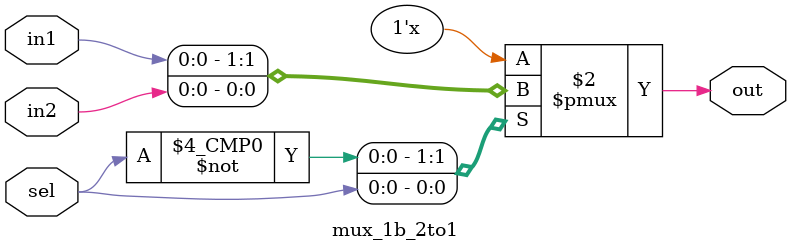
<source format=v>
/*
    CS522 Project 

    Will Martin
    Neil Walsh

    Mux 2:1 1-bit

    sel=0, out=in1
    sel=1, out=in2
*/
`default_nettype none
module mux_1b_2to1 (out, in1, in2, sel);
    // inputs
    input wire in1, in2;
    input wire sel;

    // outputs
    output reg out;

    always @* begin
        case(sel)
            1'b0: out=in1;
            1'b1: out=in2; 
            default: out=in1;
        endcase
    end
endmodule
`default_nettype wire
</source>
